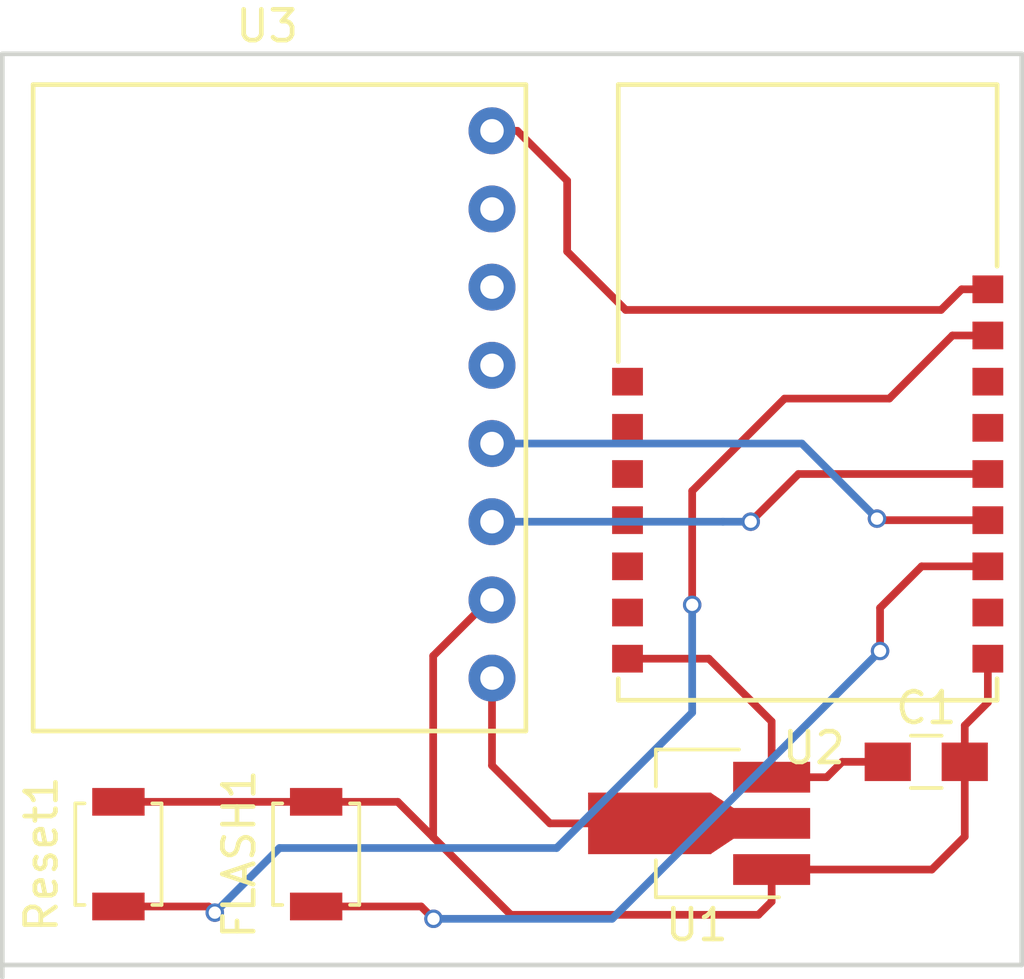
<source format=kicad_pcb>
(kicad_pcb (version 4) (host pcbnew 4.0.7)

  (general
    (links 15)
    (no_connects 1)
    (area 127 80 168 111)
    (thickness 1.6)
    (drawings 4)
    (tracks 68)
    (zones 0)
    (modules 6)
    (nets 21)
  )

  (page A4)
  (layers
    (0 F.Cu signal)
    (31 B.Cu signal)
    (32 B.Adhes user)
    (33 F.Adhes user)
    (34 B.Paste user)
    (35 F.Paste user)
    (36 B.SilkS user)
    (37 F.SilkS user)
    (38 B.Mask user)
    (39 F.Mask user)
    (40 Dwgs.User user)
    (41 Cmts.User user)
    (42 Eco1.User user)
    (43 Eco2.User user)
    (44 Edge.Cuts user)
    (45 Margin user)
    (46 B.CrtYd user)
    (47 F.CrtYd user)
    (48 B.Fab user)
    (49 F.Fab user)
  )

  (setup
    (last_trace_width 0.25)
    (trace_clearance 0.2)
    (zone_clearance 0.508)
    (zone_45_only no)
    (trace_min 0.2)
    (segment_width 0.2)
    (edge_width 0.15)
    (via_size 0.6)
    (via_drill 0.4)
    (via_min_size 0.4)
    (via_min_drill 0.3)
    (uvia_size 0.3)
    (uvia_drill 0.1)
    (uvias_allowed no)
    (uvia_min_size 0.2)
    (uvia_min_drill 0.1)
    (pcb_text_width 0.3)
    (pcb_text_size 1.5 1.5)
    (mod_edge_width 0.15)
    (mod_text_size 1 1)
    (mod_text_width 0.15)
    (pad_size 1.524 1.524)
    (pad_drill 0.762)
    (pad_to_mask_clearance 0.2)
    (aux_axis_origin 0 0)
    (visible_elements FFFFFF7F)
    (pcbplotparams
      (layerselection 0x00030_80000001)
      (usegerberextensions false)
      (excludeedgelayer true)
      (linewidth 0.100000)
      (plotframeref false)
      (viasonmask false)
      (mode 1)
      (useauxorigin false)
      (hpglpennumber 1)
      (hpglpenspeed 20)
      (hpglpendiameter 15)
      (hpglpenoverlay 2)
      (psnegative false)
      (psa4output false)
      (plotreference true)
      (plotvalue true)
      (plotinvisibletext false)
      (padsonsilk false)
      (subtractmaskfromsilk false)
      (outputformat 1)
      (mirror false)
      (drillshape 1)
      (scaleselection 1)
      (outputdirectory ""))
  )

  (net 0 "")
  (net 1 "Net-(C1-Pad1)")
  (net 2 GND)
  (net 3 "Net-(FLASH1-Pad1)")
  (net 4 "Net-(Reset1-Pad1)")
  (net 5 +BATT)
  (net 6 "Net-(U2-Pad6)")
  (net 7 "Net-(U2-Pad5)")
  (net 8 "Net-(U2-Pad4)")
  (net 9 "Net-(U2-Pad3)")
  (net 10 "Net-(U2-Pad2)")
  (net 11 "Net-(U2-Pad1)")
  (net 12 "Net-(U2-Pad9)")
  (net 13 "Net-(U2-Pad11)")
  (net 14 "Net-(U2-Pad12)")
  (net 15 "Net-(U2-Pad13)")
  (net 16 "Net-(U2-Pad14)")
  (net 17 "Net-(U2-Pad16)")
  (net 18 "Net-(U3-Pad7)")
  (net 19 "Net-(U3-Pad6)")
  (net 20 "Net-(U3-Pad5)")

  (net_class Default "This is the default net class."
    (clearance 0.2)
    (trace_width 0.25)
    (via_dia 0.6)
    (via_drill 0.4)
    (uvia_dia 0.3)
    (uvia_drill 0.1)
    (add_net +BATT)
    (add_net GND)
    (add_net "Net-(C1-Pad1)")
    (add_net "Net-(FLASH1-Pad1)")
    (add_net "Net-(Reset1-Pad1)")
    (add_net "Net-(U2-Pad1)")
    (add_net "Net-(U2-Pad11)")
    (add_net "Net-(U2-Pad12)")
    (add_net "Net-(U2-Pad13)")
    (add_net "Net-(U2-Pad14)")
    (add_net "Net-(U2-Pad16)")
    (add_net "Net-(U2-Pad2)")
    (add_net "Net-(U2-Pad3)")
    (add_net "Net-(U2-Pad4)")
    (add_net "Net-(U2-Pad5)")
    (add_net "Net-(U2-Pad6)")
    (add_net "Net-(U2-Pad9)")
    (add_net "Net-(U3-Pad5)")
    (add_net "Net-(U3-Pad6)")
    (add_net "Net-(U3-Pad7)")
  )

  (module Capacitors_SMD:C_0805_HandSoldering placed (layer F.Cu) (tedit 58AA84A8) (tstamp 5B410E9B)
    (at 158 104)
    (descr "Capacitor SMD 0805, hand soldering")
    (tags "capacitor 0805")
    (path /5B40FBFA)
    (attr smd)
    (fp_text reference C1 (at 0 -1.75) (layer F.SilkS)
      (effects (font (size 1 1) (thickness 0.15)))
    )
    (fp_text value "1 uF" (at 0 1.75) (layer F.Fab)
      (effects (font (size 1 1) (thickness 0.15)))
    )
    (fp_text user %R (at 0 -1.75) (layer F.Fab)
      (effects (font (size 1 1) (thickness 0.15)))
    )
    (fp_line (start -1 0.62) (end -1 -0.62) (layer F.Fab) (width 0.1))
    (fp_line (start 1 0.62) (end -1 0.62) (layer F.Fab) (width 0.1))
    (fp_line (start 1 -0.62) (end 1 0.62) (layer F.Fab) (width 0.1))
    (fp_line (start -1 -0.62) (end 1 -0.62) (layer F.Fab) (width 0.1))
    (fp_line (start 0.5 -0.85) (end -0.5 -0.85) (layer F.SilkS) (width 0.12))
    (fp_line (start -0.5 0.85) (end 0.5 0.85) (layer F.SilkS) (width 0.12))
    (fp_line (start -2.25 -0.88) (end 2.25 -0.88) (layer F.CrtYd) (width 0.05))
    (fp_line (start -2.25 -0.88) (end -2.25 0.87) (layer F.CrtYd) (width 0.05))
    (fp_line (start 2.25 0.87) (end 2.25 -0.88) (layer F.CrtYd) (width 0.05))
    (fp_line (start 2.25 0.87) (end -2.25 0.87) (layer F.CrtYd) (width 0.05))
    (pad 1 smd rect (at -1.25 0) (size 1.5 1.25) (layers F.Cu F.Paste F.Mask)
      (net 1 "Net-(C1-Pad1)"))
    (pad 2 smd rect (at 1.25 0) (size 1.5 1.25) (layers F.Cu F.Paste F.Mask)
      (net 2 GND))
    (model Capacitors_SMD.3dshapes/C_0805.wrl
      (at (xyz 0 0 0))
      (scale (xyz 1 1 1))
      (rotate (xyz 0 0 0))
    )
  )

  (module Buttons_Switches_SMD:SW_SPST_B3U-1000P placed (layer F.Cu) (tedit 58724258) (tstamp 5B410EA1)
    (at 138.19 107 90)
    (descr "Ultra-small-sized Tactile Switch with High Contact Reliability, Top-actuated Model, without Ground Terminal, without Boss")
    (tags "Tactile Switch")
    (path /5B40FCD2)
    (attr smd)
    (fp_text reference FLASH1 (at 0 -2.5 90) (layer F.SilkS)
      (effects (font (size 1 1) (thickness 0.15)))
    )
    (fp_text value SW_Push (at 0 2.5 90) (layer F.Fab)
      (effects (font (size 1 1) (thickness 0.15)))
    )
    (fp_text user %R (at 0 -2.5 90) (layer F.Fab)
      (effects (font (size 1 1) (thickness 0.15)))
    )
    (fp_line (start -2.4 1.65) (end 2.4 1.65) (layer F.CrtYd) (width 0.05))
    (fp_line (start 2.4 1.65) (end 2.4 -1.65) (layer F.CrtYd) (width 0.05))
    (fp_line (start 2.4 -1.65) (end -2.4 -1.65) (layer F.CrtYd) (width 0.05))
    (fp_line (start -2.4 -1.65) (end -2.4 1.65) (layer F.CrtYd) (width 0.05))
    (fp_line (start -1.65 1.1) (end -1.65 1.4) (layer F.SilkS) (width 0.12))
    (fp_line (start -1.65 1.4) (end 1.65 1.4) (layer F.SilkS) (width 0.12))
    (fp_line (start 1.65 1.4) (end 1.65 1.1) (layer F.SilkS) (width 0.12))
    (fp_line (start -1.65 -1.1) (end -1.65 -1.4) (layer F.SilkS) (width 0.12))
    (fp_line (start -1.65 -1.4) (end 1.65 -1.4) (layer F.SilkS) (width 0.12))
    (fp_line (start 1.65 -1.4) (end 1.65 -1.1) (layer F.SilkS) (width 0.12))
    (fp_line (start -1.5 -1.25) (end 1.5 -1.25) (layer F.Fab) (width 0.1))
    (fp_line (start 1.5 -1.25) (end 1.5 1.25) (layer F.Fab) (width 0.1))
    (fp_line (start 1.5 1.25) (end -1.5 1.25) (layer F.Fab) (width 0.1))
    (fp_line (start -1.5 1.25) (end -1.5 -1.25) (layer F.Fab) (width 0.1))
    (fp_circle (center 0 0) (end 0.75 0) (layer F.Fab) (width 0.1))
    (pad 1 smd rect (at -1.7 0 90) (size 0.9 1.7) (layers F.Cu F.Paste F.Mask)
      (net 3 "Net-(FLASH1-Pad1)"))
    (pad 2 smd rect (at 1.7 0 90) (size 0.9 1.7) (layers F.Cu F.Paste F.Mask)
      (net 2 GND))
    (model ${KISYS3DMOD}/Buttons_Switches_SMD.3dshapes/SW_SPST_B3U-1000P.wrl
      (at (xyz 0 0 0))
      (scale (xyz 1 1 1))
      (rotate (xyz 0 0 0))
    )
  )

  (module Buttons_Switches_SMD:SW_SPST_B3U-1000P placed (layer F.Cu) (tedit 58724258) (tstamp 5B410EA7)
    (at 131.77 107 90)
    (descr "Ultra-small-sized Tactile Switch with High Contact Reliability, Top-actuated Model, without Ground Terminal, without Boss")
    (tags "Tactile Switch")
    (path /5B40FCA9)
    (attr smd)
    (fp_text reference Reset1 (at 0 -2.5 90) (layer F.SilkS)
      (effects (font (size 1 1) (thickness 0.15)))
    )
    (fp_text value SW_Push (at 0 2.5 90) (layer F.Fab)
      (effects (font (size 1 1) (thickness 0.15)))
    )
    (fp_text user %R (at 0 -2.5 90) (layer F.Fab)
      (effects (font (size 1 1) (thickness 0.15)))
    )
    (fp_line (start -2.4 1.65) (end 2.4 1.65) (layer F.CrtYd) (width 0.05))
    (fp_line (start 2.4 1.65) (end 2.4 -1.65) (layer F.CrtYd) (width 0.05))
    (fp_line (start 2.4 -1.65) (end -2.4 -1.65) (layer F.CrtYd) (width 0.05))
    (fp_line (start -2.4 -1.65) (end -2.4 1.65) (layer F.CrtYd) (width 0.05))
    (fp_line (start -1.65 1.1) (end -1.65 1.4) (layer F.SilkS) (width 0.12))
    (fp_line (start -1.65 1.4) (end 1.65 1.4) (layer F.SilkS) (width 0.12))
    (fp_line (start 1.65 1.4) (end 1.65 1.1) (layer F.SilkS) (width 0.12))
    (fp_line (start -1.65 -1.1) (end -1.65 -1.4) (layer F.SilkS) (width 0.12))
    (fp_line (start -1.65 -1.4) (end 1.65 -1.4) (layer F.SilkS) (width 0.12))
    (fp_line (start 1.65 -1.4) (end 1.65 -1.1) (layer F.SilkS) (width 0.12))
    (fp_line (start -1.5 -1.25) (end 1.5 -1.25) (layer F.Fab) (width 0.1))
    (fp_line (start 1.5 -1.25) (end 1.5 1.25) (layer F.Fab) (width 0.1))
    (fp_line (start 1.5 1.25) (end -1.5 1.25) (layer F.Fab) (width 0.1))
    (fp_line (start -1.5 1.25) (end -1.5 -1.25) (layer F.Fab) (width 0.1))
    (fp_circle (center 0 0) (end 0.75 0) (layer F.Fab) (width 0.1))
    (pad 1 smd rect (at -1.7 0 90) (size 0.9 1.7) (layers F.Cu F.Paste F.Mask)
      (net 4 "Net-(Reset1-Pad1)"))
    (pad 2 smd rect (at 1.7 0 90) (size 0.9 1.7) (layers F.Cu F.Paste F.Mask)
      (net 2 GND))
    (model ${KISYS3DMOD}/Buttons_Switches_SMD.3dshapes/SW_SPST_B3U-1000P.wrl
      (at (xyz 0 0 0))
      (scale (xyz 1 1 1))
      (rotate (xyz 0 0 0))
    )
  )

  (module TO_SOT_Packages_SMD:SOT-89-3_Handsoldering placed (layer F.Cu) (tedit 58CE4E7F) (tstamp 5B410EB0)
    (at 151 106 180)
    (descr "SOT-89-3 Handsoldering")
    (tags "SOT-89-3 Handsoldering")
    (path /5B40FB83)
    (attr smd)
    (fp_text reference U1 (at 0.45 -3.3 180) (layer F.SilkS)
      (effects (font (size 1 1) (thickness 0.15)))
    )
    (fp_text value XC6206P332PR (at 0.5 3.15 180) (layer F.Fab)
      (effects (font (size 1 1) (thickness 0.15)))
    )
    (fp_text user %R (at 0.38 0 270) (layer F.Fab)
      (effects (font (size 0.6 0.6) (thickness 0.09)))
    )
    (fp_line (start -3.5 2.55) (end 4.25 2.55) (layer F.CrtYd) (width 0.05))
    (fp_line (start 4.25 2.55) (end 4.25 -2.55) (layer F.CrtYd) (width 0.05))
    (fp_line (start 4.25 -2.55) (end -3.5 -2.55) (layer F.CrtYd) (width 0.05))
    (fp_line (start -3.5 -2.55) (end -3.5 2.55) (layer F.CrtYd) (width 0.05))
    (fp_line (start 1.78 1.2) (end 1.78 2.4) (layer F.SilkS) (width 0.12))
    (fp_line (start 1.78 2.4) (end -0.92 2.4) (layer F.SilkS) (width 0.12))
    (fp_line (start -2.22 -2.4) (end 1.78 -2.4) (layer F.SilkS) (width 0.12))
    (fp_line (start 1.78 -2.4) (end 1.78 -1.2) (layer F.SilkS) (width 0.12))
    (fp_line (start -0.92 -1.51) (end -0.13 -2.3) (layer F.Fab) (width 0.1))
    (fp_line (start 1.68 -2.3) (end 1.68 2.3) (layer F.Fab) (width 0.1))
    (fp_line (start 1.68 2.3) (end -0.92 2.3) (layer F.Fab) (width 0.1))
    (fp_line (start -0.92 2.3) (end -0.92 -1.51) (layer F.Fab) (width 0.1))
    (fp_line (start -0.13 -2.3) (end 1.68 -2.3) (layer F.Fab) (width 0.1))
    (pad 1 smd rect (at -1.98 -1.5 90) (size 1 2.5) (layers F.Cu F.Paste F.Mask)
      (net 2 GND))
    (pad 2 smd rect (at -1.98 0 90) (size 1 2.5) (layers F.Cu F.Paste F.Mask)
      (net 5 +BATT))
    (pad 3 smd rect (at -1.98 1.5 90) (size 1 2.5) (layers F.Cu F.Paste F.Mask)
      (net 1 "Net-(C1-Pad1)"))
    (pad 2 smd rect (at 1.98 0 90) (size 2 4) (layers F.Cu F.Paste F.Mask)
      (net 5 +BATT))
    (pad 2 smd trapezoid (at -0.37 0 270) (size 1.5 0.75) (rect_delta 0 0.5 ) (layers F.Cu F.Paste F.Mask)
      (net 5 +BATT))
    (model ${KISYS3DMOD}/TO_SOT_Packages_SMD.3dshapes/SOT-89-3.wrl
      (at (xyz 0 0 0))
      (scale (xyz 1 1 1))
      (rotate (xyz 0 0 0))
    )
  )

  (module PCB:ESP8285-M2 placed (layer F.Cu) (tedit 5B410184) (tstamp 5B410ECA)
    (at 148 102)
    (path /5B410C13)
    (fp_text reference U2 (at 6.35 1.55) (layer F.SilkS)
      (effects (font (size 1 1) (thickness 0.15)))
    )
    (fp_text value ESP8285_M2 (at 6.1 -17) (layer F.Fab) hide
      (effects (font (size 1 1) (thickness 0.15)))
    )
    (fp_line (start 12.3 -20) (end 12.3 -14.1) (layer F.SilkS) (width 0.15))
    (fp_line (start 0 -11) (end 0 -20) (layer F.SilkS) (width 0.15))
    (fp_line (start 0 -20) (end 12.3 -20) (layer F.SilkS) (width 0.15))
    (fp_line (start 0 -0.7) (end 0 0) (layer F.SilkS) (width 0.15))
    (fp_line (start 0 0) (end 12.3 0) (layer F.SilkS) (width 0.15))
    (fp_line (start 12.3 0) (end 12.3 -0.7) (layer F.SilkS) (width 0.15))
    (pad 7 smd rect (at 0.3 -1.35) (size 1 0.9) (layers F.Cu F.Paste F.Mask)
      (net 1 "Net-(C1-Pad1)"))
    (pad 6 smd rect (at 0.3 -2.85) (size 1 0.9) (layers F.Cu F.Paste F.Mask)
      (net 6 "Net-(U2-Pad6)"))
    (pad 5 smd rect (at 0.3 -4.35) (size 1 0.9) (layers F.Cu F.Paste F.Mask)
      (net 7 "Net-(U2-Pad5)"))
    (pad 4 smd rect (at 0.3 -5.85) (size 1 0.9) (layers F.Cu F.Paste F.Mask)
      (net 8 "Net-(U2-Pad4)"))
    (pad 3 smd rect (at 0.3 -7.35) (size 1 0.9) (layers F.Cu F.Paste F.Mask)
      (net 9 "Net-(U2-Pad3)"))
    (pad 2 smd rect (at 0.3 -8.85) (size 1 0.9) (layers F.Cu F.Paste F.Mask)
      (net 10 "Net-(U2-Pad2)"))
    (pad 1 smd rect (at 0.3 -10.35) (size 1 0.9) (layers F.Cu F.Paste F.Mask)
      (net 11 "Net-(U2-Pad1)"))
    (pad 8 smd rect (at 12 -1.35) (size 1 0.9) (layers F.Cu F.Paste F.Mask)
      (net 2 GND))
    (pad 9 smd rect (at 12 -2.85) (size 1 0.9) (layers F.Cu F.Paste F.Mask)
      (net 12 "Net-(U2-Pad9)"))
    (pad 10 smd rect (at 12 -4.35) (size 1 0.9) (layers F.Cu F.Paste F.Mask)
      (net 3 "Net-(FLASH1-Pad1)"))
    (pad 11 smd rect (at 12 -5.85) (size 1 0.9) (layers F.Cu F.Paste F.Mask)
      (net 13 "Net-(U2-Pad11)"))
    (pad 12 smd rect (at 12 -7.35) (size 1 0.9) (layers F.Cu F.Paste F.Mask)
      (net 14 "Net-(U2-Pad12)"))
    (pad 13 smd rect (at 12 -8.85) (size 1 0.9) (layers F.Cu F.Paste F.Mask)
      (net 15 "Net-(U2-Pad13)"))
    (pad 14 smd rect (at 12 -10.35) (size 1 0.9) (layers F.Cu F.Paste F.Mask)
      (net 16 "Net-(U2-Pad14)"))
    (pad 15 smd rect (at 12 -11.85) (size 1 0.9) (layers F.Cu F.Paste F.Mask)
      (net 4 "Net-(Reset1-Pad1)"))
    (pad 16 smd rect (at 12 -13.35) (size 1 0.9) (layers F.Cu F.Paste F.Mask)
      (net 17 "Net-(U2-Pad16)"))
  )

  (module PCB:MPU6050 placed (layer F.Cu) (tedit 5B38CEE1) (tstamp 5B410EDA)
    (at 145 82 180)
    (path /5B38D54B)
    (fp_text reference U3 (at 8.4 1.9 180) (layer F.SilkS)
      (effects (font (size 1 1) (thickness 0.15)))
    )
    (fp_text value MPU6050-GY521 (at 7.9 -11.2 180) (layer F.Fab) hide
      (effects (font (size 1 1) (thickness 0.15)))
    )
    (fp_line (start 0 0) (end 0 -21) (layer F.SilkS) (width 0.15))
    (fp_line (start 0 -21) (end 16 -21) (layer F.SilkS) (width 0.15))
    (fp_line (start 16 -21) (end 16 0) (layer F.SilkS) (width 0.15))
    (fp_line (start 16 0) (end 0 0) (layer F.SilkS) (width 0.15))
    (pad 8 thru_hole circle (at 1.1 -1.5 180) (size 1.524 1.524) (drill 0.762) (layers *.Cu *.Mask)
      (net 17 "Net-(U2-Pad16)"))
    (pad 7 thru_hole circle (at 1.1 -4.04 180) (size 1.524 1.524) (drill 0.762) (layers *.Cu *.Mask)
      (net 18 "Net-(U3-Pad7)"))
    (pad 6 thru_hole circle (at 1.1 -6.58 180) (size 1.524 1.524) (drill 0.762) (layers *.Cu *.Mask)
      (net 19 "Net-(U3-Pad6)"))
    (pad 5 thru_hole circle (at 1.1 -9.12 180) (size 1.524 1.524) (drill 0.762) (layers *.Cu *.Mask)
      (net 20 "Net-(U3-Pad5)"))
    (pad 4 thru_hole circle (at 1.1 -11.66 180) (size 1.524 1.524) (drill 0.762) (layers *.Cu *.Mask)
      (net 13 "Net-(U2-Pad11)"))
    (pad 3 thru_hole circle (at 1.1 -14.2 180) (size 1.524 1.524) (drill 0.762) (layers *.Cu *.Mask)
      (net 14 "Net-(U2-Pad12)"))
    (pad 2 thru_hole circle (at 1.1 -16.74 180) (size 1.524 1.524) (drill 0.762) (layers *.Cu *.Mask)
      (net 2 GND))
    (pad 1 thru_hole circle (at 1.1 -19.28 180) (size 1.524 1.524) (drill 0.762) (layers *.Cu *.Mask)
      (net 5 +BATT))
  )

  (gr_line (start 128 81) (end 128 111) (angle 90) (layer Edge.Cuts) (width 0.15))
  (gr_line (start 161.1 110.6) (end 128 110.6) (angle 90) (layer Edge.Cuts) (width 0.15))
  (gr_line (start 161.1 81) (end 161.1 110.6) (angle 90) (layer Edge.Cuts) (width 0.15))
  (gr_line (start 128 81) (end 161.1 81) (angle 90) (layer Edge.Cuts) (width 0.15))

  (segment (start 152.98 104.5) (end 152.98 102.69) (width 0.25) (layer F.Cu) (net 1))
  (segment (start 152.98 102.69) (end 150.94 100.65) (width 0.25) (layer F.Cu) (net 1) (tstamp 5B411202))
  (segment (start 150.94 100.65) (end 148.3 100.65) (width 0.25) (layer F.Cu) (net 1) (tstamp 5B411204))
  (segment (start 152.98 104.5) (end 154.77 104.5) (width 0.25) (layer F.Cu) (net 1))
  (segment (start 155.27 104) (end 156.75 104) (width 0.25) (layer F.Cu) (net 1) (tstamp 5B4111FF))
  (segment (start 154.77 104.5) (end 155.27 104) (width 0.25) (layer F.Cu) (net 1) (tstamp 5B4111FE))
  (segment (start 138.19 105.3) (end 140.84 105.3) (width 0.25) (layer F.Cu) (net 2))
  (segment (start 140.84 105.3) (end 141.99 106.45) (width 0.25) (layer F.Cu) (net 2) (tstamp 5B41128C))
  (segment (start 131.77 105.3) (end 138.19 105.3) (width 0.25) (layer F.Cu) (net 2))
  (segment (start 143.9 98.74) (end 143.81 98.74) (width 0.25) (layer F.Cu) (net 2))
  (segment (start 143.81 98.74) (end 141.99 100.56) (width 0.25) (layer F.Cu) (net 2) (tstamp 5B41123F))
  (segment (start 141.99 100.56) (end 141.99 106.45) (width 0.25) (layer F.Cu) (net 2) (tstamp 5B411240))
  (segment (start 141.99 106.45) (end 144.51 108.97) (width 0.25) (layer F.Cu) (net 2) (tstamp 5B411242))
  (segment (start 152.55 108.97) (end 152.98 108.54) (width 0.25) (layer F.Cu) (net 2) (tstamp 5B411246))
  (segment (start 144.51 108.97) (end 152.55 108.97) (width 0.25) (layer F.Cu) (net 2) (tstamp 5B411244))
  (segment (start 152.98 108.54) (end 152.98 107.5) (width 0.25) (layer F.Cu) (net 2) (tstamp 5B411247))
  (segment (start 152.98 107.5) (end 158.18 107.5) (width 0.25) (layer F.Cu) (net 2))
  (segment (start 159.25 106.43) (end 159.25 104) (width 0.25) (layer F.Cu) (net 2) (tstamp 5B411221))
  (segment (start 158.18 107.5) (end 159.25 106.43) (width 0.25) (layer F.Cu) (net 2) (tstamp 5B41121F))
  (segment (start 143.9 98.74) (end 143.28 98.74) (width 0.25) (layer F.Cu) (net 2))
  (segment (start 160 100.65) (end 160 102.07) (width 0.25) (layer F.Cu) (net 2))
  (segment (start 160 102.07) (end 159.25 102.82) (width 0.25) (layer F.Cu) (net 2) (tstamp 5B4111FA))
  (segment (start 159.25 102.82) (end 159.25 104) (width 0.25) (layer F.Cu) (net 2) (tstamp 5B4111FB))
  (segment (start 160 97.65) (end 157.85 97.65) (width 0.25) (layer F.Cu) (net 3))
  (segment (start 141.6 108.7) (end 138.19 108.7) (width 0.25) (layer F.Cu) (net 3) (tstamp 5B4114DF))
  (segment (start 142 109.1) (end 141.6 108.7) (width 0.25) (layer F.Cu) (net 3) (tstamp 5B4114DE))
  (via (at 142 109.1) (size 0.6) (drill 0.4) (layers F.Cu B.Cu) (net 3))
  (segment (start 147.8 109.1) (end 142 109.1) (width 0.25) (layer B.Cu) (net 3) (tstamp 5B4114CF))
  (segment (start 156.5 100.4) (end 147.8 109.1) (width 0.25) (layer B.Cu) (net 3) (tstamp 5B4114CE))
  (via (at 156.5 100.4) (size 0.6) (drill 0.4) (layers F.Cu B.Cu) (net 3))
  (segment (start 156.5 99) (end 156.5 100.4) (width 0.25) (layer F.Cu) (net 3) (tstamp 5B4114C9))
  (segment (start 157.85 97.65) (end 156.5 99) (width 0.25) (layer F.Cu) (net 3) (tstamp 5B4114C2))
  (segment (start 160 90.15) (end 158.85 90.15) (width 0.25) (layer F.Cu) (net 4))
  (segment (start 134.7 108.7) (end 131.77 108.7) (width 0.25) (layer F.Cu) (net 4) (tstamp 5B411507))
  (segment (start 134.9 108.9) (end 134.7 108.7) (width 0.25) (layer F.Cu) (net 4) (tstamp 5B411506))
  (via (at 134.9 108.9) (size 0.6) (drill 0.4) (layers F.Cu B.Cu) (net 4))
  (segment (start 137 106.8) (end 134.9 108.9) (width 0.25) (layer B.Cu) (net 4) (tstamp 5B411501))
  (segment (start 146 106.8) (end 137 106.8) (width 0.25) (layer B.Cu) (net 4) (tstamp 5B4114FC))
  (segment (start 150.4 102.4) (end 146 106.8) (width 0.25) (layer B.Cu) (net 4) (tstamp 5B4114F9))
  (segment (start 150.4 98.9) (end 150.4 102.4) (width 0.25) (layer B.Cu) (net 4) (tstamp 5B4114F8))
  (via (at 150.4 98.9) (size 0.6) (drill 0.4) (layers F.Cu B.Cu) (net 4))
  (segment (start 150.4 95.2) (end 150.4 98.9) (width 0.25) (layer F.Cu) (net 4) (tstamp 5B4114F4))
  (segment (start 153.4 92.2) (end 150.4 95.2) (width 0.25) (layer F.Cu) (net 4) (tstamp 5B4114F1))
  (segment (start 156.8 92.2) (end 153.4 92.2) (width 0.25) (layer F.Cu) (net 4) (tstamp 5B4114EE))
  (segment (start 158.85 90.15) (end 156.8 92.2) (width 0.25) (layer F.Cu) (net 4) (tstamp 5B4114E2))
  (segment (start 149.02 106) (end 145.78 106) (width 0.25) (layer F.Cu) (net 5))
  (segment (start 145.78 106) (end 143.9 104.12) (width 0.25) (layer F.Cu) (net 5) (tstamp 5B41120A))
  (segment (start 143.9 104.12) (end 143.9 101.28) (width 0.25) (layer F.Cu) (net 5) (tstamp 5B41120C))
  (segment (start 152.98 106) (end 149.02 106) (width 0.25) (layer F.Cu) (net 5))
  (segment (start 143.9 93.66) (end 153.96 93.66) (width 0.25) (layer B.Cu) (net 13))
  (segment (start 156.45 96.15) (end 160 96.15) (width 0.25) (layer F.Cu) (net 13) (tstamp 5B4113FE))
  (segment (start 156.4 96.1) (end 156.45 96.15) (width 0.25) (layer F.Cu) (net 13) (tstamp 5B4113FD))
  (via (at 156.4 96.1) (size 0.6) (drill 0.4) (layers F.Cu B.Cu) (net 13))
  (segment (start 153.96 93.66) (end 156.4 96.1) (width 0.25) (layer B.Cu) (net 13) (tstamp 5B4113D9))
  (segment (start 143.9 93.66) (end 144.13 93.66) (width 0.25) (layer F.Cu) (net 13))
  (segment (start 143.9 96.2) (end 151.4 96.2) (width 0.25) (layer B.Cu) (net 14))
  (segment (start 153.85 94.65) (end 160 94.65) (width 0.25) (layer F.Cu) (net 14) (tstamp 5B4113CF))
  (segment (start 152.3 96.2) (end 153.85 94.65) (width 0.25) (layer F.Cu) (net 14) (tstamp 5B4113CE))
  (via (at 152.3 96.2) (size 0.6) (drill 0.4) (layers F.Cu B.Cu) (net 14))
  (segment (start 151.4 96.2) (end 152.3 96.2) (width 0.25) (layer B.Cu) (net 14) (tstamp 5B4113BF))
  (segment (start 143.9 96.2) (end 143.67 96.2) (width 0.25) (layer F.Cu) (net 14))
  (segment (start 143.9 83.5) (end 144.72 83.5) (width 0.25) (layer F.Cu) (net 17))
  (segment (start 159.15 88.65) (end 160 88.65) (width 0.25) (layer F.Cu) (net 17) (tstamp 5B41123B))
  (segment (start 158.48 89.32) (end 159.15 88.65) (width 0.25) (layer F.Cu) (net 17) (tstamp 5B41123A))
  (segment (start 148.24 89.32) (end 158.48 89.32) (width 0.25) (layer F.Cu) (net 17) (tstamp 5B411238))
  (segment (start 146.34 87.42) (end 148.24 89.32) (width 0.25) (layer F.Cu) (net 17) (tstamp 5B411236))
  (segment (start 146.34 85.12) (end 146.34 87.42) (width 0.25) (layer F.Cu) (net 17) (tstamp 5B411234))
  (segment (start 144.72 83.5) (end 146.34 85.12) (width 0.25) (layer F.Cu) (net 17) (tstamp 5B411233))

)

</source>
